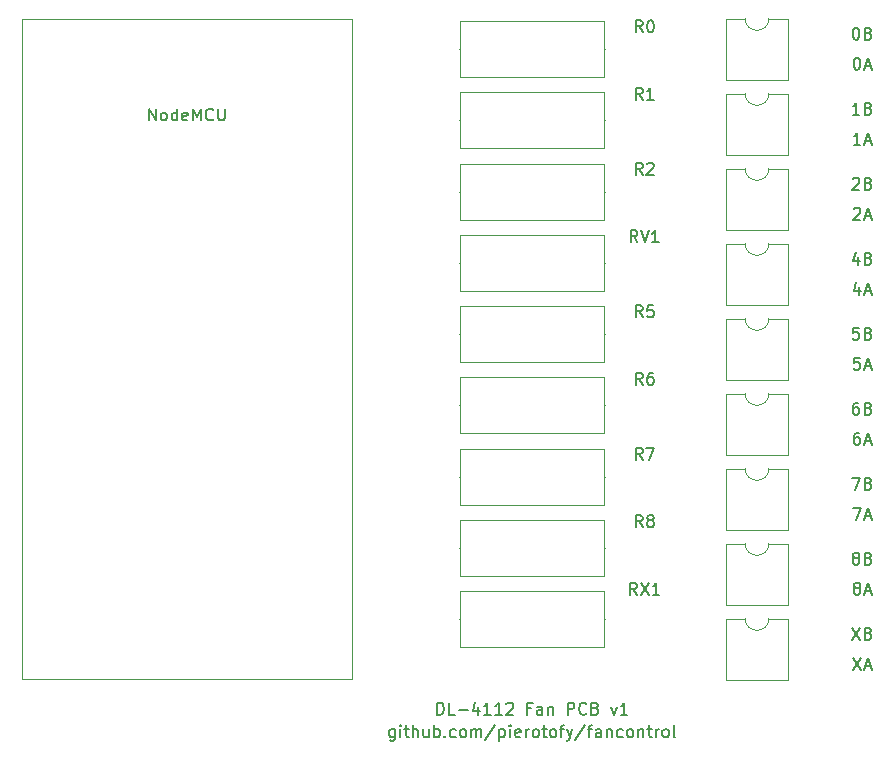
<source format=gbr>
%TF.GenerationSoftware,KiCad,Pcbnew,(5.1.6)-1*%
%TF.CreationDate,2020-10-31T17:29:23-04:00*%
%TF.ProjectId,controlboard,636f6e74-726f-46c6-926f-6172642e6b69,rev?*%
%TF.SameCoordinates,Original*%
%TF.FileFunction,Legend,Top*%
%TF.FilePolarity,Positive*%
%FSLAX46Y46*%
G04 Gerber Fmt 4.6, Leading zero omitted, Abs format (unit mm)*
G04 Created by KiCad (PCBNEW (5.1.6)-1) date 2020-10-31 17:29:23*
%MOMM*%
%LPD*%
G01*
G04 APERTURE LIST*
%ADD10C,0.150000*%
%ADD11C,0.120000*%
G04 APERTURE END LIST*
D10*
X49340952Y-77890714D02*
X49340952Y-78700238D01*
X49293333Y-78795476D01*
X49245714Y-78843095D01*
X49150476Y-78890714D01*
X49007619Y-78890714D01*
X48912380Y-78843095D01*
X49340952Y-78509761D02*
X49245714Y-78557380D01*
X49055238Y-78557380D01*
X48959999Y-78509761D01*
X48912380Y-78462142D01*
X48864761Y-78366904D01*
X48864761Y-78081190D01*
X48912380Y-77985952D01*
X48959999Y-77938333D01*
X49055238Y-77890714D01*
X49245714Y-77890714D01*
X49340952Y-77938333D01*
X49817142Y-78557380D02*
X49817142Y-77890714D01*
X49817142Y-77557380D02*
X49769523Y-77605000D01*
X49817142Y-77652619D01*
X49864761Y-77605000D01*
X49817142Y-77557380D01*
X49817142Y-77652619D01*
X50150476Y-77890714D02*
X50531428Y-77890714D01*
X50293333Y-77557380D02*
X50293333Y-78414523D01*
X50340952Y-78509761D01*
X50436190Y-78557380D01*
X50531428Y-78557380D01*
X50864761Y-78557380D02*
X50864761Y-77557380D01*
X51293333Y-78557380D02*
X51293333Y-78033571D01*
X51245714Y-77938333D01*
X51150476Y-77890714D01*
X51007619Y-77890714D01*
X50912380Y-77938333D01*
X50864761Y-77985952D01*
X52198095Y-77890714D02*
X52198095Y-78557380D01*
X51769523Y-77890714D02*
X51769523Y-78414523D01*
X51817142Y-78509761D01*
X51912380Y-78557380D01*
X52055238Y-78557380D01*
X52150476Y-78509761D01*
X52198095Y-78462142D01*
X52674285Y-78557380D02*
X52674285Y-77557380D01*
X52674285Y-77938333D02*
X52769523Y-77890714D01*
X52959999Y-77890714D01*
X53055238Y-77938333D01*
X53102857Y-77985952D01*
X53150476Y-78081190D01*
X53150476Y-78366904D01*
X53102857Y-78462142D01*
X53055238Y-78509761D01*
X52959999Y-78557380D01*
X52769523Y-78557380D01*
X52674285Y-78509761D01*
X53579047Y-78462142D02*
X53626666Y-78509761D01*
X53579047Y-78557380D01*
X53531428Y-78509761D01*
X53579047Y-78462142D01*
X53579047Y-78557380D01*
X54483809Y-78509761D02*
X54388571Y-78557380D01*
X54198095Y-78557380D01*
X54102857Y-78509761D01*
X54055238Y-78462142D01*
X54007619Y-78366904D01*
X54007619Y-78081190D01*
X54055238Y-77985952D01*
X54102857Y-77938333D01*
X54198095Y-77890714D01*
X54388571Y-77890714D01*
X54483809Y-77938333D01*
X55055238Y-78557380D02*
X54959999Y-78509761D01*
X54912380Y-78462142D01*
X54864761Y-78366904D01*
X54864761Y-78081190D01*
X54912380Y-77985952D01*
X54959999Y-77938333D01*
X55055238Y-77890714D01*
X55198095Y-77890714D01*
X55293333Y-77938333D01*
X55340952Y-77985952D01*
X55388571Y-78081190D01*
X55388571Y-78366904D01*
X55340952Y-78462142D01*
X55293333Y-78509761D01*
X55198095Y-78557380D01*
X55055238Y-78557380D01*
X55817142Y-78557380D02*
X55817142Y-77890714D01*
X55817142Y-77985952D02*
X55864761Y-77938333D01*
X55959999Y-77890714D01*
X56102857Y-77890714D01*
X56198095Y-77938333D01*
X56245714Y-78033571D01*
X56245714Y-78557380D01*
X56245714Y-78033571D02*
X56293333Y-77938333D01*
X56388571Y-77890714D01*
X56531428Y-77890714D01*
X56626666Y-77938333D01*
X56674285Y-78033571D01*
X56674285Y-78557380D01*
X57864761Y-77509761D02*
X57007619Y-78795476D01*
X58198095Y-77890714D02*
X58198095Y-78890714D01*
X58198095Y-77938333D02*
X58293333Y-77890714D01*
X58483809Y-77890714D01*
X58579047Y-77938333D01*
X58626666Y-77985952D01*
X58674285Y-78081190D01*
X58674285Y-78366904D01*
X58626666Y-78462142D01*
X58579047Y-78509761D01*
X58483809Y-78557380D01*
X58293333Y-78557380D01*
X58198095Y-78509761D01*
X59102857Y-78557380D02*
X59102857Y-77890714D01*
X59102857Y-77557380D02*
X59055238Y-77605000D01*
X59102857Y-77652619D01*
X59150476Y-77605000D01*
X59102857Y-77557380D01*
X59102857Y-77652619D01*
X59959999Y-78509761D02*
X59864761Y-78557380D01*
X59674285Y-78557380D01*
X59579047Y-78509761D01*
X59531428Y-78414523D01*
X59531428Y-78033571D01*
X59579047Y-77938333D01*
X59674285Y-77890714D01*
X59864761Y-77890714D01*
X59959999Y-77938333D01*
X60007619Y-78033571D01*
X60007619Y-78128809D01*
X59531428Y-78224047D01*
X60436190Y-78557380D02*
X60436190Y-77890714D01*
X60436190Y-78081190D02*
X60483809Y-77985952D01*
X60531428Y-77938333D01*
X60626666Y-77890714D01*
X60721904Y-77890714D01*
X61198095Y-78557380D02*
X61102857Y-78509761D01*
X61055238Y-78462142D01*
X61007619Y-78366904D01*
X61007619Y-78081190D01*
X61055238Y-77985952D01*
X61102857Y-77938333D01*
X61198095Y-77890714D01*
X61340952Y-77890714D01*
X61436190Y-77938333D01*
X61483809Y-77985952D01*
X61531428Y-78081190D01*
X61531428Y-78366904D01*
X61483809Y-78462142D01*
X61436190Y-78509761D01*
X61340952Y-78557380D01*
X61198095Y-78557380D01*
X61817142Y-77890714D02*
X62198095Y-77890714D01*
X61959999Y-77557380D02*
X61959999Y-78414523D01*
X62007619Y-78509761D01*
X62102857Y-78557380D01*
X62198095Y-78557380D01*
X62674285Y-78557380D02*
X62579047Y-78509761D01*
X62531428Y-78462142D01*
X62483809Y-78366904D01*
X62483809Y-78081190D01*
X62531428Y-77985952D01*
X62579047Y-77938333D01*
X62674285Y-77890714D01*
X62817142Y-77890714D01*
X62912380Y-77938333D01*
X62959999Y-77985952D01*
X63007619Y-78081190D01*
X63007619Y-78366904D01*
X62959999Y-78462142D01*
X62912380Y-78509761D01*
X62817142Y-78557380D01*
X62674285Y-78557380D01*
X63293333Y-77890714D02*
X63674285Y-77890714D01*
X63436190Y-78557380D02*
X63436190Y-77700238D01*
X63483809Y-77605000D01*
X63579047Y-77557380D01*
X63674285Y-77557380D01*
X63912380Y-77890714D02*
X64150476Y-78557380D01*
X64388571Y-77890714D02*
X64150476Y-78557380D01*
X64055238Y-78795476D01*
X64007619Y-78843095D01*
X63912380Y-78890714D01*
X65483809Y-77509761D02*
X64626666Y-78795476D01*
X65674285Y-77890714D02*
X66055238Y-77890714D01*
X65817142Y-78557380D02*
X65817142Y-77700238D01*
X65864761Y-77605000D01*
X65959999Y-77557380D01*
X66055238Y-77557380D01*
X66817142Y-78557380D02*
X66817142Y-78033571D01*
X66769523Y-77938333D01*
X66674285Y-77890714D01*
X66483809Y-77890714D01*
X66388571Y-77938333D01*
X66817142Y-78509761D02*
X66721904Y-78557380D01*
X66483809Y-78557380D01*
X66388571Y-78509761D01*
X66340952Y-78414523D01*
X66340952Y-78319285D01*
X66388571Y-78224047D01*
X66483809Y-78176428D01*
X66721904Y-78176428D01*
X66817142Y-78128809D01*
X67293333Y-77890714D02*
X67293333Y-78557380D01*
X67293333Y-77985952D02*
X67340952Y-77938333D01*
X67436190Y-77890714D01*
X67579047Y-77890714D01*
X67674285Y-77938333D01*
X67721904Y-78033571D01*
X67721904Y-78557380D01*
X68626666Y-78509761D02*
X68531428Y-78557380D01*
X68340952Y-78557380D01*
X68245714Y-78509761D01*
X68198095Y-78462142D01*
X68150476Y-78366904D01*
X68150476Y-78081190D01*
X68198095Y-77985952D01*
X68245714Y-77938333D01*
X68340952Y-77890714D01*
X68531428Y-77890714D01*
X68626666Y-77938333D01*
X69198095Y-78557380D02*
X69102857Y-78509761D01*
X69055238Y-78462142D01*
X69007619Y-78366904D01*
X69007619Y-78081190D01*
X69055238Y-77985952D01*
X69102857Y-77938333D01*
X69198095Y-77890714D01*
X69340952Y-77890714D01*
X69436190Y-77938333D01*
X69483809Y-77985952D01*
X69531428Y-78081190D01*
X69531428Y-78366904D01*
X69483809Y-78462142D01*
X69436190Y-78509761D01*
X69340952Y-78557380D01*
X69198095Y-78557380D01*
X69959999Y-77890714D02*
X69959999Y-78557380D01*
X69959999Y-77985952D02*
X70007619Y-77938333D01*
X70102857Y-77890714D01*
X70245714Y-77890714D01*
X70340952Y-77938333D01*
X70388571Y-78033571D01*
X70388571Y-78557380D01*
X70721904Y-77890714D02*
X71102857Y-77890714D01*
X70864761Y-77557380D02*
X70864761Y-78414523D01*
X70912380Y-78509761D01*
X71007619Y-78557380D01*
X71102857Y-78557380D01*
X71436190Y-78557380D02*
X71436190Y-77890714D01*
X71436190Y-78081190D02*
X71483809Y-77985952D01*
X71531428Y-77938333D01*
X71626666Y-77890714D01*
X71721904Y-77890714D01*
X72198095Y-78557380D02*
X72102857Y-78509761D01*
X72055238Y-78462142D01*
X72007619Y-78366904D01*
X72007619Y-78081190D01*
X72055238Y-77985952D01*
X72102857Y-77938333D01*
X72198095Y-77890714D01*
X72340952Y-77890714D01*
X72436190Y-77938333D01*
X72483809Y-77985952D01*
X72531428Y-78081190D01*
X72531428Y-78366904D01*
X72483809Y-78462142D01*
X72436190Y-78509761D01*
X72340952Y-78557380D01*
X72198095Y-78557380D01*
X73102857Y-78557380D02*
X73007619Y-78509761D01*
X72959999Y-78414523D01*
X72959999Y-77557380D01*
X52936190Y-76652380D02*
X52936190Y-75652380D01*
X53174285Y-75652380D01*
X53317142Y-75700000D01*
X53412380Y-75795238D01*
X53460000Y-75890476D01*
X53507619Y-76080952D01*
X53507619Y-76223809D01*
X53460000Y-76414285D01*
X53412380Y-76509523D01*
X53317142Y-76604761D01*
X53174285Y-76652380D01*
X52936190Y-76652380D01*
X54412380Y-76652380D02*
X53936190Y-76652380D01*
X53936190Y-75652380D01*
X54745714Y-76271428D02*
X55507619Y-76271428D01*
X56412380Y-75985714D02*
X56412380Y-76652380D01*
X56174285Y-75604761D02*
X55936190Y-76319047D01*
X56555238Y-76319047D01*
X57460000Y-76652380D02*
X56888571Y-76652380D01*
X57174285Y-76652380D02*
X57174285Y-75652380D01*
X57079047Y-75795238D01*
X56983809Y-75890476D01*
X56888571Y-75938095D01*
X58412380Y-76652380D02*
X57840952Y-76652380D01*
X58126666Y-76652380D02*
X58126666Y-75652380D01*
X58031428Y-75795238D01*
X57936190Y-75890476D01*
X57840952Y-75938095D01*
X58793333Y-75747619D02*
X58840952Y-75700000D01*
X58936190Y-75652380D01*
X59174285Y-75652380D01*
X59269523Y-75700000D01*
X59317142Y-75747619D01*
X59364761Y-75842857D01*
X59364761Y-75938095D01*
X59317142Y-76080952D01*
X58745714Y-76652380D01*
X59364761Y-76652380D01*
X60888571Y-76128571D02*
X60555238Y-76128571D01*
X60555238Y-76652380D02*
X60555238Y-75652380D01*
X61031428Y-75652380D01*
X61840952Y-76652380D02*
X61840952Y-76128571D01*
X61793333Y-76033333D01*
X61698095Y-75985714D01*
X61507619Y-75985714D01*
X61412380Y-76033333D01*
X61840952Y-76604761D02*
X61745714Y-76652380D01*
X61507619Y-76652380D01*
X61412380Y-76604761D01*
X61364761Y-76509523D01*
X61364761Y-76414285D01*
X61412380Y-76319047D01*
X61507619Y-76271428D01*
X61745714Y-76271428D01*
X61840952Y-76223809D01*
X62317142Y-75985714D02*
X62317142Y-76652380D01*
X62317142Y-76080952D02*
X62364761Y-76033333D01*
X62460000Y-75985714D01*
X62602857Y-75985714D01*
X62698095Y-76033333D01*
X62745714Y-76128571D01*
X62745714Y-76652380D01*
X63983809Y-76652380D02*
X63983809Y-75652380D01*
X64364761Y-75652380D01*
X64460000Y-75700000D01*
X64507619Y-75747619D01*
X64555238Y-75842857D01*
X64555238Y-75985714D01*
X64507619Y-76080952D01*
X64460000Y-76128571D01*
X64364761Y-76176190D01*
X63983809Y-76176190D01*
X65555238Y-76557142D02*
X65507619Y-76604761D01*
X65364761Y-76652380D01*
X65269523Y-76652380D01*
X65126666Y-76604761D01*
X65031428Y-76509523D01*
X64983809Y-76414285D01*
X64936190Y-76223809D01*
X64936190Y-76080952D01*
X64983809Y-75890476D01*
X65031428Y-75795238D01*
X65126666Y-75700000D01*
X65269523Y-75652380D01*
X65364761Y-75652380D01*
X65507619Y-75700000D01*
X65555238Y-75747619D01*
X66317142Y-76128571D02*
X66460000Y-76176190D01*
X66507619Y-76223809D01*
X66555238Y-76319047D01*
X66555238Y-76461904D01*
X66507619Y-76557142D01*
X66460000Y-76604761D01*
X66364761Y-76652380D01*
X65983809Y-76652380D01*
X65983809Y-75652380D01*
X66317142Y-75652380D01*
X66412380Y-75700000D01*
X66460000Y-75747619D01*
X66507619Y-75842857D01*
X66507619Y-75938095D01*
X66460000Y-76033333D01*
X66412380Y-76080952D01*
X66317142Y-76128571D01*
X65983809Y-76128571D01*
X67650476Y-75985714D02*
X67888571Y-76652380D01*
X68126666Y-75985714D01*
X69031428Y-76652380D02*
X68460000Y-76652380D01*
X68745714Y-76652380D02*
X68745714Y-75652380D01*
X68650476Y-75795238D01*
X68555238Y-75890476D01*
X68460000Y-75938095D01*
D11*
%TO.C,F*%
X82660000Y-36770000D02*
X81010000Y-36770000D01*
X82660000Y-41970000D02*
X82660000Y-36770000D01*
X77360000Y-41970000D02*
X82660000Y-41970000D01*
X77360000Y-36770000D02*
X77360000Y-41970000D01*
X79010000Y-36770000D02*
X77360000Y-36770000D01*
X81010000Y-36770000D02*
G75*
G02*
X79010000Y-36770000I-1000000J0D01*
G01*
%TO.C,NodeMCU*%
X17780000Y-73660000D02*
X17780000Y-17780000D01*
X45720000Y-73660000D02*
X17780000Y-73660000D01*
X45720000Y-17780000D02*
X45720000Y-73660000D01*
X17780000Y-17780000D02*
X45720000Y-17780000D01*
%TO.C,O8*%
X79010000Y-62170000D02*
X77360000Y-62170000D01*
X77360000Y-62170000D02*
X77360000Y-67370000D01*
X77360000Y-67370000D02*
X82660000Y-67370000D01*
X82660000Y-67370000D02*
X82660000Y-62170000D01*
X82660000Y-62170000D02*
X81010000Y-62170000D01*
X81010000Y-62170000D02*
G75*
G02*
X79010000Y-62170000I-1000000J0D01*
G01*
%TO.C,O0*%
X82660000Y-17720000D02*
X81010000Y-17720000D01*
X82660000Y-22920000D02*
X82660000Y-17720000D01*
X77360000Y-22920000D02*
X82660000Y-22920000D01*
X77360000Y-17720000D02*
X77360000Y-22920000D01*
X79010000Y-17720000D02*
X77360000Y-17720000D01*
X81010000Y-17720000D02*
G75*
G02*
X79010000Y-17720000I-1000000J0D01*
G01*
%TO.C,O1*%
X79010000Y-24070000D02*
X77360000Y-24070000D01*
X77360000Y-24070000D02*
X77360000Y-29270000D01*
X77360000Y-29270000D02*
X82660000Y-29270000D01*
X82660000Y-29270000D02*
X82660000Y-24070000D01*
X82660000Y-24070000D02*
X81010000Y-24070000D01*
X81010000Y-24070000D02*
G75*
G02*
X79010000Y-24070000I-1000000J0D01*
G01*
%TO.C,O2*%
X82660000Y-30420000D02*
X81010000Y-30420000D01*
X82660000Y-35620000D02*
X82660000Y-30420000D01*
X77360000Y-35620000D02*
X82660000Y-35620000D01*
X77360000Y-30420000D02*
X77360000Y-35620000D01*
X79010000Y-30420000D02*
X77360000Y-30420000D01*
X81010000Y-30420000D02*
G75*
G02*
X79010000Y-30420000I-1000000J0D01*
G01*
%TO.C,O5*%
X79010000Y-43120000D02*
X77360000Y-43120000D01*
X77360000Y-43120000D02*
X77360000Y-48320000D01*
X77360000Y-48320000D02*
X82660000Y-48320000D01*
X82660000Y-48320000D02*
X82660000Y-43120000D01*
X82660000Y-43120000D02*
X81010000Y-43120000D01*
X81010000Y-43120000D02*
G75*
G02*
X79010000Y-43120000I-1000000J0D01*
G01*
%TO.C,O6*%
X82660000Y-49470000D02*
X81010000Y-49470000D01*
X82660000Y-54670000D02*
X82660000Y-49470000D01*
X77360000Y-54670000D02*
X82660000Y-54670000D01*
X77360000Y-49470000D02*
X77360000Y-54670000D01*
X79010000Y-49470000D02*
X77360000Y-49470000D01*
X81010000Y-49470000D02*
G75*
G02*
X79010000Y-49470000I-1000000J0D01*
G01*
%TO.C,O7*%
X79010000Y-55820000D02*
X77360000Y-55820000D01*
X77360000Y-55820000D02*
X77360000Y-61020000D01*
X77360000Y-61020000D02*
X82660000Y-61020000D01*
X82660000Y-61020000D02*
X82660000Y-55820000D01*
X82660000Y-55820000D02*
X81010000Y-55820000D01*
X81010000Y-55820000D02*
G75*
G02*
X79010000Y-55820000I-1000000J0D01*
G01*
%TO.C,OX1*%
X82660000Y-68520000D02*
X81010000Y-68520000D01*
X82660000Y-73720000D02*
X82660000Y-68520000D01*
X77360000Y-73720000D02*
X82660000Y-73720000D01*
X77360000Y-68520000D02*
X77360000Y-73720000D01*
X79010000Y-68520000D02*
X77360000Y-68520000D01*
X81010000Y-68520000D02*
G75*
G02*
X79010000Y-68520000I-1000000J0D01*
G01*
%TO.C,R0*%
X67030000Y-22690000D02*
X67030000Y-17950000D01*
X67030000Y-17950000D02*
X54890000Y-17950000D01*
X54890000Y-17950000D02*
X54890000Y-22690000D01*
X54890000Y-22690000D02*
X67030000Y-22690000D01*
X67140000Y-20320000D02*
X67030000Y-20320000D01*
X54780000Y-20320000D02*
X54890000Y-20320000D01*
%TO.C,R1*%
X54780000Y-26352500D02*
X54890000Y-26352500D01*
X67140000Y-26352500D02*
X67030000Y-26352500D01*
X54890000Y-28722500D02*
X67030000Y-28722500D01*
X54890000Y-23982500D02*
X54890000Y-28722500D01*
X67030000Y-23982500D02*
X54890000Y-23982500D01*
X67030000Y-28722500D02*
X67030000Y-23982500D01*
%TO.C,R2*%
X67030000Y-34755000D02*
X67030000Y-30015000D01*
X67030000Y-30015000D02*
X54890000Y-30015000D01*
X54890000Y-30015000D02*
X54890000Y-34755000D01*
X54890000Y-34755000D02*
X67030000Y-34755000D01*
X67140000Y-32385000D02*
X67030000Y-32385000D01*
X54780000Y-32385000D02*
X54890000Y-32385000D01*
%TO.C,R5*%
X54780000Y-44450000D02*
X54890000Y-44450000D01*
X67140000Y-44450000D02*
X67030000Y-44450000D01*
X54890000Y-46820000D02*
X67030000Y-46820000D01*
X54890000Y-42080000D02*
X54890000Y-46820000D01*
X67030000Y-42080000D02*
X54890000Y-42080000D01*
X67030000Y-46820000D02*
X67030000Y-42080000D01*
%TO.C,R6*%
X67030000Y-52852500D02*
X67030000Y-48112500D01*
X67030000Y-48112500D02*
X54890000Y-48112500D01*
X54890000Y-48112500D02*
X54890000Y-52852500D01*
X54890000Y-52852500D02*
X67030000Y-52852500D01*
X67140000Y-50482500D02*
X67030000Y-50482500D01*
X54780000Y-50482500D02*
X54890000Y-50482500D01*
%TO.C,R7*%
X54780000Y-56515000D02*
X54890000Y-56515000D01*
X67140000Y-56515000D02*
X67030000Y-56515000D01*
X54890000Y-58885000D02*
X67030000Y-58885000D01*
X54890000Y-54145000D02*
X54890000Y-58885000D01*
X67030000Y-54145000D02*
X54890000Y-54145000D01*
X67030000Y-58885000D02*
X67030000Y-54145000D01*
%TO.C,R8*%
X67140000Y-62547500D02*
X67030000Y-62547500D01*
X54780000Y-62547500D02*
X54890000Y-62547500D01*
X67030000Y-60177500D02*
X54890000Y-60177500D01*
X67030000Y-64917500D02*
X67030000Y-60177500D01*
X54890000Y-64917500D02*
X67030000Y-64917500D01*
X54890000Y-60177500D02*
X54890000Y-64917500D01*
%TO.C,RV1*%
X67030000Y-40787500D02*
X67030000Y-36047500D01*
X67030000Y-36047500D02*
X54890000Y-36047500D01*
X54890000Y-36047500D02*
X54890000Y-40787500D01*
X54890000Y-40787500D02*
X67030000Y-40787500D01*
X67140000Y-38417500D02*
X67030000Y-38417500D01*
X54780000Y-38417500D02*
X54890000Y-38417500D01*
%TO.C,RX1*%
X67140000Y-68580000D02*
X67030000Y-68580000D01*
X54780000Y-68580000D02*
X54890000Y-68580000D01*
X67030000Y-66210000D02*
X54890000Y-66210000D01*
X67030000Y-70950000D02*
X67030000Y-66210000D01*
X54890000Y-70950000D02*
X67030000Y-70950000D01*
X54890000Y-66210000D02*
X54890000Y-70950000D01*
%TO.C,NodeMCU*%
D10*
X28535714Y-26352380D02*
X28535714Y-25352380D01*
X29107142Y-26352380D01*
X29107142Y-25352380D01*
X29726190Y-26352380D02*
X29630952Y-26304761D01*
X29583333Y-26257142D01*
X29535714Y-26161904D01*
X29535714Y-25876190D01*
X29583333Y-25780952D01*
X29630952Y-25733333D01*
X29726190Y-25685714D01*
X29869047Y-25685714D01*
X29964285Y-25733333D01*
X30011904Y-25780952D01*
X30059523Y-25876190D01*
X30059523Y-26161904D01*
X30011904Y-26257142D01*
X29964285Y-26304761D01*
X29869047Y-26352380D01*
X29726190Y-26352380D01*
X30916666Y-26352380D02*
X30916666Y-25352380D01*
X30916666Y-26304761D02*
X30821428Y-26352380D01*
X30630952Y-26352380D01*
X30535714Y-26304761D01*
X30488095Y-26257142D01*
X30440476Y-26161904D01*
X30440476Y-25876190D01*
X30488095Y-25780952D01*
X30535714Y-25733333D01*
X30630952Y-25685714D01*
X30821428Y-25685714D01*
X30916666Y-25733333D01*
X31773809Y-26304761D02*
X31678571Y-26352380D01*
X31488095Y-26352380D01*
X31392857Y-26304761D01*
X31345238Y-26209523D01*
X31345238Y-25828571D01*
X31392857Y-25733333D01*
X31488095Y-25685714D01*
X31678571Y-25685714D01*
X31773809Y-25733333D01*
X31821428Y-25828571D01*
X31821428Y-25923809D01*
X31345238Y-26019047D01*
X32250000Y-26352380D02*
X32250000Y-25352380D01*
X32583333Y-26066666D01*
X32916666Y-25352380D01*
X32916666Y-26352380D01*
X33964285Y-26257142D02*
X33916666Y-26304761D01*
X33773809Y-26352380D01*
X33678571Y-26352380D01*
X33535714Y-26304761D01*
X33440476Y-26209523D01*
X33392857Y-26114285D01*
X33345238Y-25923809D01*
X33345238Y-25780952D01*
X33392857Y-25590476D01*
X33440476Y-25495238D01*
X33535714Y-25400000D01*
X33678571Y-25352380D01*
X33773809Y-25352380D01*
X33916666Y-25400000D01*
X33964285Y-25447619D01*
X34392857Y-25352380D02*
X34392857Y-26161904D01*
X34440476Y-26257142D01*
X34488095Y-26304761D01*
X34583333Y-26352380D01*
X34773809Y-26352380D01*
X34869047Y-26304761D01*
X34916666Y-26257142D01*
X34964285Y-26161904D01*
X34964285Y-25352380D01*
%TO.C,P1*%
X88352380Y-18502380D02*
X88447619Y-18502380D01*
X88542857Y-18550000D01*
X88590476Y-18597619D01*
X88638095Y-18692857D01*
X88685714Y-18883333D01*
X88685714Y-19121428D01*
X88638095Y-19311904D01*
X88590476Y-19407142D01*
X88542857Y-19454761D01*
X88447619Y-19502380D01*
X88352380Y-19502380D01*
X88257142Y-19454761D01*
X88209523Y-19407142D01*
X88161904Y-19311904D01*
X88114285Y-19121428D01*
X88114285Y-18883333D01*
X88161904Y-18692857D01*
X88209523Y-18597619D01*
X88257142Y-18550000D01*
X88352380Y-18502380D01*
X89447619Y-18978571D02*
X89590476Y-19026190D01*
X89638095Y-19073809D01*
X89685714Y-19169047D01*
X89685714Y-19311904D01*
X89638095Y-19407142D01*
X89590476Y-19454761D01*
X89495238Y-19502380D01*
X89114285Y-19502380D01*
X89114285Y-18502380D01*
X89447619Y-18502380D01*
X89542857Y-18550000D01*
X89590476Y-18597619D01*
X89638095Y-18692857D01*
X89638095Y-18788095D01*
X89590476Y-18883333D01*
X89542857Y-18930952D01*
X89447619Y-18978571D01*
X89114285Y-18978571D01*
X88423809Y-21042380D02*
X88519047Y-21042380D01*
X88614285Y-21090000D01*
X88661904Y-21137619D01*
X88709523Y-21232857D01*
X88757142Y-21423333D01*
X88757142Y-21661428D01*
X88709523Y-21851904D01*
X88661904Y-21947142D01*
X88614285Y-21994761D01*
X88519047Y-22042380D01*
X88423809Y-22042380D01*
X88328571Y-21994761D01*
X88280952Y-21947142D01*
X88233333Y-21851904D01*
X88185714Y-21661428D01*
X88185714Y-21423333D01*
X88233333Y-21232857D01*
X88280952Y-21137619D01*
X88328571Y-21090000D01*
X88423809Y-21042380D01*
X89138095Y-21756666D02*
X89614285Y-21756666D01*
X89042857Y-22042380D02*
X89376190Y-21042380D01*
X89709523Y-22042380D01*
X88685714Y-25852380D02*
X88114285Y-25852380D01*
X88400000Y-25852380D02*
X88400000Y-24852380D01*
X88304761Y-24995238D01*
X88209523Y-25090476D01*
X88114285Y-25138095D01*
X89447619Y-25328571D02*
X89590476Y-25376190D01*
X89638095Y-25423809D01*
X89685714Y-25519047D01*
X89685714Y-25661904D01*
X89638095Y-25757142D01*
X89590476Y-25804761D01*
X89495238Y-25852380D01*
X89114285Y-25852380D01*
X89114285Y-24852380D01*
X89447619Y-24852380D01*
X89542857Y-24900000D01*
X89590476Y-24947619D01*
X89638095Y-25042857D01*
X89638095Y-25138095D01*
X89590476Y-25233333D01*
X89542857Y-25280952D01*
X89447619Y-25328571D01*
X89114285Y-25328571D01*
X88757142Y-28392380D02*
X88185714Y-28392380D01*
X88471428Y-28392380D02*
X88471428Y-27392380D01*
X88376190Y-27535238D01*
X88280952Y-27630476D01*
X88185714Y-27678095D01*
X89138095Y-28106666D02*
X89614285Y-28106666D01*
X89042857Y-28392380D02*
X89376190Y-27392380D01*
X89709523Y-28392380D01*
X88114285Y-31297619D02*
X88161904Y-31250000D01*
X88257142Y-31202380D01*
X88495238Y-31202380D01*
X88590476Y-31250000D01*
X88638095Y-31297619D01*
X88685714Y-31392857D01*
X88685714Y-31488095D01*
X88638095Y-31630952D01*
X88066666Y-32202380D01*
X88685714Y-32202380D01*
X89447619Y-31678571D02*
X89590476Y-31726190D01*
X89638095Y-31773809D01*
X89685714Y-31869047D01*
X89685714Y-32011904D01*
X89638095Y-32107142D01*
X89590476Y-32154761D01*
X89495238Y-32202380D01*
X89114285Y-32202380D01*
X89114285Y-31202380D01*
X89447619Y-31202380D01*
X89542857Y-31250000D01*
X89590476Y-31297619D01*
X89638095Y-31392857D01*
X89638095Y-31488095D01*
X89590476Y-31583333D01*
X89542857Y-31630952D01*
X89447619Y-31678571D01*
X89114285Y-31678571D01*
X88185714Y-33837619D02*
X88233333Y-33790000D01*
X88328571Y-33742380D01*
X88566666Y-33742380D01*
X88661904Y-33790000D01*
X88709523Y-33837619D01*
X88757142Y-33932857D01*
X88757142Y-34028095D01*
X88709523Y-34170952D01*
X88138095Y-34742380D01*
X88757142Y-34742380D01*
X89138095Y-34456666D02*
X89614285Y-34456666D01*
X89042857Y-34742380D02*
X89376190Y-33742380D01*
X89709523Y-34742380D01*
X88590476Y-37885714D02*
X88590476Y-38552380D01*
X88352380Y-37504761D02*
X88114285Y-38219047D01*
X88733333Y-38219047D01*
X89447619Y-38028571D02*
X89590476Y-38076190D01*
X89638095Y-38123809D01*
X89685714Y-38219047D01*
X89685714Y-38361904D01*
X89638095Y-38457142D01*
X89590476Y-38504761D01*
X89495238Y-38552380D01*
X89114285Y-38552380D01*
X89114285Y-37552380D01*
X89447619Y-37552380D01*
X89542857Y-37600000D01*
X89590476Y-37647619D01*
X89638095Y-37742857D01*
X89638095Y-37838095D01*
X89590476Y-37933333D01*
X89542857Y-37980952D01*
X89447619Y-38028571D01*
X89114285Y-38028571D01*
X88661904Y-40425714D02*
X88661904Y-41092380D01*
X88423809Y-40044761D02*
X88185714Y-40759047D01*
X88804761Y-40759047D01*
X89138095Y-40806666D02*
X89614285Y-40806666D01*
X89042857Y-41092380D02*
X89376190Y-40092380D01*
X89709523Y-41092380D01*
X88638095Y-43902380D02*
X88161904Y-43902380D01*
X88114285Y-44378571D01*
X88161904Y-44330952D01*
X88257142Y-44283333D01*
X88495238Y-44283333D01*
X88590476Y-44330952D01*
X88638095Y-44378571D01*
X88685714Y-44473809D01*
X88685714Y-44711904D01*
X88638095Y-44807142D01*
X88590476Y-44854761D01*
X88495238Y-44902380D01*
X88257142Y-44902380D01*
X88161904Y-44854761D01*
X88114285Y-44807142D01*
X89447619Y-44378571D02*
X89590476Y-44426190D01*
X89638095Y-44473809D01*
X89685714Y-44569047D01*
X89685714Y-44711904D01*
X89638095Y-44807142D01*
X89590476Y-44854761D01*
X89495238Y-44902380D01*
X89114285Y-44902380D01*
X89114285Y-43902380D01*
X89447619Y-43902380D01*
X89542857Y-43950000D01*
X89590476Y-43997619D01*
X89638095Y-44092857D01*
X89638095Y-44188095D01*
X89590476Y-44283333D01*
X89542857Y-44330952D01*
X89447619Y-44378571D01*
X89114285Y-44378571D01*
X88709523Y-46442380D02*
X88233333Y-46442380D01*
X88185714Y-46918571D01*
X88233333Y-46870952D01*
X88328571Y-46823333D01*
X88566666Y-46823333D01*
X88661904Y-46870952D01*
X88709523Y-46918571D01*
X88757142Y-47013809D01*
X88757142Y-47251904D01*
X88709523Y-47347142D01*
X88661904Y-47394761D01*
X88566666Y-47442380D01*
X88328571Y-47442380D01*
X88233333Y-47394761D01*
X88185714Y-47347142D01*
X89138095Y-47156666D02*
X89614285Y-47156666D01*
X89042857Y-47442380D02*
X89376190Y-46442380D01*
X89709523Y-47442380D01*
X88590476Y-50252380D02*
X88400000Y-50252380D01*
X88304761Y-50300000D01*
X88257142Y-50347619D01*
X88161904Y-50490476D01*
X88114285Y-50680952D01*
X88114285Y-51061904D01*
X88161904Y-51157142D01*
X88209523Y-51204761D01*
X88304761Y-51252380D01*
X88495238Y-51252380D01*
X88590476Y-51204761D01*
X88638095Y-51157142D01*
X88685714Y-51061904D01*
X88685714Y-50823809D01*
X88638095Y-50728571D01*
X88590476Y-50680952D01*
X88495238Y-50633333D01*
X88304761Y-50633333D01*
X88209523Y-50680952D01*
X88161904Y-50728571D01*
X88114285Y-50823809D01*
X89447619Y-50728571D02*
X89590476Y-50776190D01*
X89638095Y-50823809D01*
X89685714Y-50919047D01*
X89685714Y-51061904D01*
X89638095Y-51157142D01*
X89590476Y-51204761D01*
X89495238Y-51252380D01*
X89114285Y-51252380D01*
X89114285Y-50252380D01*
X89447619Y-50252380D01*
X89542857Y-50300000D01*
X89590476Y-50347619D01*
X89638095Y-50442857D01*
X89638095Y-50538095D01*
X89590476Y-50633333D01*
X89542857Y-50680952D01*
X89447619Y-50728571D01*
X89114285Y-50728571D01*
X88661904Y-52792380D02*
X88471428Y-52792380D01*
X88376190Y-52840000D01*
X88328571Y-52887619D01*
X88233333Y-53030476D01*
X88185714Y-53220952D01*
X88185714Y-53601904D01*
X88233333Y-53697142D01*
X88280952Y-53744761D01*
X88376190Y-53792380D01*
X88566666Y-53792380D01*
X88661904Y-53744761D01*
X88709523Y-53697142D01*
X88757142Y-53601904D01*
X88757142Y-53363809D01*
X88709523Y-53268571D01*
X88661904Y-53220952D01*
X88566666Y-53173333D01*
X88376190Y-53173333D01*
X88280952Y-53220952D01*
X88233333Y-53268571D01*
X88185714Y-53363809D01*
X89138095Y-53506666D02*
X89614285Y-53506666D01*
X89042857Y-53792380D02*
X89376190Y-52792380D01*
X89709523Y-53792380D01*
X88066666Y-56602380D02*
X88733333Y-56602380D01*
X88304761Y-57602380D01*
X89447619Y-57078571D02*
X89590476Y-57126190D01*
X89638095Y-57173809D01*
X89685714Y-57269047D01*
X89685714Y-57411904D01*
X89638095Y-57507142D01*
X89590476Y-57554761D01*
X89495238Y-57602380D01*
X89114285Y-57602380D01*
X89114285Y-56602380D01*
X89447619Y-56602380D01*
X89542857Y-56650000D01*
X89590476Y-56697619D01*
X89638095Y-56792857D01*
X89638095Y-56888095D01*
X89590476Y-56983333D01*
X89542857Y-57030952D01*
X89447619Y-57078571D01*
X89114285Y-57078571D01*
X88138095Y-59142380D02*
X88804761Y-59142380D01*
X88376190Y-60142380D01*
X89138095Y-59856666D02*
X89614285Y-59856666D01*
X89042857Y-60142380D02*
X89376190Y-59142380D01*
X89709523Y-60142380D01*
X88304761Y-63380952D02*
X88209523Y-63333333D01*
X88161904Y-63285714D01*
X88114285Y-63190476D01*
X88114285Y-63142857D01*
X88161904Y-63047619D01*
X88209523Y-63000000D01*
X88304761Y-62952380D01*
X88495238Y-62952380D01*
X88590476Y-63000000D01*
X88638095Y-63047619D01*
X88685714Y-63142857D01*
X88685714Y-63190476D01*
X88638095Y-63285714D01*
X88590476Y-63333333D01*
X88495238Y-63380952D01*
X88304761Y-63380952D01*
X88209523Y-63428571D01*
X88161904Y-63476190D01*
X88114285Y-63571428D01*
X88114285Y-63761904D01*
X88161904Y-63857142D01*
X88209523Y-63904761D01*
X88304761Y-63952380D01*
X88495238Y-63952380D01*
X88590476Y-63904761D01*
X88638095Y-63857142D01*
X88685714Y-63761904D01*
X88685714Y-63571428D01*
X88638095Y-63476190D01*
X88590476Y-63428571D01*
X88495238Y-63380952D01*
X89447619Y-63428571D02*
X89590476Y-63476190D01*
X89638095Y-63523809D01*
X89685714Y-63619047D01*
X89685714Y-63761904D01*
X89638095Y-63857142D01*
X89590476Y-63904761D01*
X89495238Y-63952380D01*
X89114285Y-63952380D01*
X89114285Y-62952380D01*
X89447619Y-62952380D01*
X89542857Y-63000000D01*
X89590476Y-63047619D01*
X89638095Y-63142857D01*
X89638095Y-63238095D01*
X89590476Y-63333333D01*
X89542857Y-63380952D01*
X89447619Y-63428571D01*
X89114285Y-63428571D01*
X88376190Y-65920952D02*
X88280952Y-65873333D01*
X88233333Y-65825714D01*
X88185714Y-65730476D01*
X88185714Y-65682857D01*
X88233333Y-65587619D01*
X88280952Y-65540000D01*
X88376190Y-65492380D01*
X88566666Y-65492380D01*
X88661904Y-65540000D01*
X88709523Y-65587619D01*
X88757142Y-65682857D01*
X88757142Y-65730476D01*
X88709523Y-65825714D01*
X88661904Y-65873333D01*
X88566666Y-65920952D01*
X88376190Y-65920952D01*
X88280952Y-65968571D01*
X88233333Y-66016190D01*
X88185714Y-66111428D01*
X88185714Y-66301904D01*
X88233333Y-66397142D01*
X88280952Y-66444761D01*
X88376190Y-66492380D01*
X88566666Y-66492380D01*
X88661904Y-66444761D01*
X88709523Y-66397142D01*
X88757142Y-66301904D01*
X88757142Y-66111428D01*
X88709523Y-66016190D01*
X88661904Y-65968571D01*
X88566666Y-65920952D01*
X89138095Y-66206666D02*
X89614285Y-66206666D01*
X89042857Y-66492380D02*
X89376190Y-65492380D01*
X89709523Y-66492380D01*
X88066666Y-69302380D02*
X88733333Y-70302380D01*
X88733333Y-69302380D02*
X88066666Y-70302380D01*
X89447619Y-69778571D02*
X89590476Y-69826190D01*
X89638095Y-69873809D01*
X89685714Y-69969047D01*
X89685714Y-70111904D01*
X89638095Y-70207142D01*
X89590476Y-70254761D01*
X89495238Y-70302380D01*
X89114285Y-70302380D01*
X89114285Y-69302380D01*
X89447619Y-69302380D01*
X89542857Y-69350000D01*
X89590476Y-69397619D01*
X89638095Y-69492857D01*
X89638095Y-69588095D01*
X89590476Y-69683333D01*
X89542857Y-69730952D01*
X89447619Y-69778571D01*
X89114285Y-69778571D01*
X88138095Y-71842380D02*
X88804761Y-72842380D01*
X88804761Y-71842380D02*
X88138095Y-72842380D01*
X89138095Y-72556666D02*
X89614285Y-72556666D01*
X89042857Y-72842380D02*
X89376190Y-71842380D01*
X89709523Y-72842380D01*
%TO.C,R0*%
X70318333Y-18867380D02*
X69985000Y-18391190D01*
X69746904Y-18867380D02*
X69746904Y-17867380D01*
X70127857Y-17867380D01*
X70223095Y-17915000D01*
X70270714Y-17962619D01*
X70318333Y-18057857D01*
X70318333Y-18200714D01*
X70270714Y-18295952D01*
X70223095Y-18343571D01*
X70127857Y-18391190D01*
X69746904Y-18391190D01*
X70937380Y-17867380D02*
X71032619Y-17867380D01*
X71127857Y-17915000D01*
X71175476Y-17962619D01*
X71223095Y-18057857D01*
X71270714Y-18248333D01*
X71270714Y-18486428D01*
X71223095Y-18676904D01*
X71175476Y-18772142D01*
X71127857Y-18819761D01*
X71032619Y-18867380D01*
X70937380Y-18867380D01*
X70842142Y-18819761D01*
X70794523Y-18772142D01*
X70746904Y-18676904D01*
X70699285Y-18486428D01*
X70699285Y-18248333D01*
X70746904Y-18057857D01*
X70794523Y-17962619D01*
X70842142Y-17915000D01*
X70937380Y-17867380D01*
%TO.C,R1*%
X70318333Y-24582380D02*
X69985000Y-24106190D01*
X69746904Y-24582380D02*
X69746904Y-23582380D01*
X70127857Y-23582380D01*
X70223095Y-23630000D01*
X70270714Y-23677619D01*
X70318333Y-23772857D01*
X70318333Y-23915714D01*
X70270714Y-24010952D01*
X70223095Y-24058571D01*
X70127857Y-24106190D01*
X69746904Y-24106190D01*
X71270714Y-24582380D02*
X70699285Y-24582380D01*
X70985000Y-24582380D02*
X70985000Y-23582380D01*
X70889761Y-23725238D01*
X70794523Y-23820476D01*
X70699285Y-23868095D01*
%TO.C,R2*%
X70318333Y-30932380D02*
X69985000Y-30456190D01*
X69746904Y-30932380D02*
X69746904Y-29932380D01*
X70127857Y-29932380D01*
X70223095Y-29980000D01*
X70270714Y-30027619D01*
X70318333Y-30122857D01*
X70318333Y-30265714D01*
X70270714Y-30360952D01*
X70223095Y-30408571D01*
X70127857Y-30456190D01*
X69746904Y-30456190D01*
X70699285Y-30027619D02*
X70746904Y-29980000D01*
X70842142Y-29932380D01*
X71080238Y-29932380D01*
X71175476Y-29980000D01*
X71223095Y-30027619D01*
X71270714Y-30122857D01*
X71270714Y-30218095D01*
X71223095Y-30360952D01*
X70651666Y-30932380D01*
X71270714Y-30932380D01*
%TO.C,R5*%
X70318333Y-42997380D02*
X69985000Y-42521190D01*
X69746904Y-42997380D02*
X69746904Y-41997380D01*
X70127857Y-41997380D01*
X70223095Y-42045000D01*
X70270714Y-42092619D01*
X70318333Y-42187857D01*
X70318333Y-42330714D01*
X70270714Y-42425952D01*
X70223095Y-42473571D01*
X70127857Y-42521190D01*
X69746904Y-42521190D01*
X71223095Y-41997380D02*
X70746904Y-41997380D01*
X70699285Y-42473571D01*
X70746904Y-42425952D01*
X70842142Y-42378333D01*
X71080238Y-42378333D01*
X71175476Y-42425952D01*
X71223095Y-42473571D01*
X71270714Y-42568809D01*
X71270714Y-42806904D01*
X71223095Y-42902142D01*
X71175476Y-42949761D01*
X71080238Y-42997380D01*
X70842142Y-42997380D01*
X70746904Y-42949761D01*
X70699285Y-42902142D01*
%TO.C,R6*%
X70318333Y-48712380D02*
X69985000Y-48236190D01*
X69746904Y-48712380D02*
X69746904Y-47712380D01*
X70127857Y-47712380D01*
X70223095Y-47760000D01*
X70270714Y-47807619D01*
X70318333Y-47902857D01*
X70318333Y-48045714D01*
X70270714Y-48140952D01*
X70223095Y-48188571D01*
X70127857Y-48236190D01*
X69746904Y-48236190D01*
X71175476Y-47712380D02*
X70985000Y-47712380D01*
X70889761Y-47760000D01*
X70842142Y-47807619D01*
X70746904Y-47950476D01*
X70699285Y-48140952D01*
X70699285Y-48521904D01*
X70746904Y-48617142D01*
X70794523Y-48664761D01*
X70889761Y-48712380D01*
X71080238Y-48712380D01*
X71175476Y-48664761D01*
X71223095Y-48617142D01*
X71270714Y-48521904D01*
X71270714Y-48283809D01*
X71223095Y-48188571D01*
X71175476Y-48140952D01*
X71080238Y-48093333D01*
X70889761Y-48093333D01*
X70794523Y-48140952D01*
X70746904Y-48188571D01*
X70699285Y-48283809D01*
%TO.C,R7*%
X70318333Y-55062380D02*
X69985000Y-54586190D01*
X69746904Y-55062380D02*
X69746904Y-54062380D01*
X70127857Y-54062380D01*
X70223095Y-54110000D01*
X70270714Y-54157619D01*
X70318333Y-54252857D01*
X70318333Y-54395714D01*
X70270714Y-54490952D01*
X70223095Y-54538571D01*
X70127857Y-54586190D01*
X69746904Y-54586190D01*
X70651666Y-54062380D02*
X71318333Y-54062380D01*
X70889761Y-55062380D01*
%TO.C,R8*%
X70318333Y-60777380D02*
X69985000Y-60301190D01*
X69746904Y-60777380D02*
X69746904Y-59777380D01*
X70127857Y-59777380D01*
X70223095Y-59825000D01*
X70270714Y-59872619D01*
X70318333Y-59967857D01*
X70318333Y-60110714D01*
X70270714Y-60205952D01*
X70223095Y-60253571D01*
X70127857Y-60301190D01*
X69746904Y-60301190D01*
X70889761Y-60205952D02*
X70794523Y-60158333D01*
X70746904Y-60110714D01*
X70699285Y-60015476D01*
X70699285Y-59967857D01*
X70746904Y-59872619D01*
X70794523Y-59825000D01*
X70889761Y-59777380D01*
X71080238Y-59777380D01*
X71175476Y-59825000D01*
X71223095Y-59872619D01*
X71270714Y-59967857D01*
X71270714Y-60015476D01*
X71223095Y-60110714D01*
X71175476Y-60158333D01*
X71080238Y-60205952D01*
X70889761Y-60205952D01*
X70794523Y-60253571D01*
X70746904Y-60301190D01*
X70699285Y-60396428D01*
X70699285Y-60586904D01*
X70746904Y-60682142D01*
X70794523Y-60729761D01*
X70889761Y-60777380D01*
X71080238Y-60777380D01*
X71175476Y-60729761D01*
X71223095Y-60682142D01*
X71270714Y-60586904D01*
X71270714Y-60396428D01*
X71223095Y-60301190D01*
X71175476Y-60253571D01*
X71080238Y-60205952D01*
%TO.C,RV1*%
X69889761Y-36647380D02*
X69556428Y-36171190D01*
X69318333Y-36647380D02*
X69318333Y-35647380D01*
X69699285Y-35647380D01*
X69794523Y-35695000D01*
X69842142Y-35742619D01*
X69889761Y-35837857D01*
X69889761Y-35980714D01*
X69842142Y-36075952D01*
X69794523Y-36123571D01*
X69699285Y-36171190D01*
X69318333Y-36171190D01*
X70175476Y-35647380D02*
X70508809Y-36647380D01*
X70842142Y-35647380D01*
X71699285Y-36647380D02*
X71127857Y-36647380D01*
X71413571Y-36647380D02*
X71413571Y-35647380D01*
X71318333Y-35790238D01*
X71223095Y-35885476D01*
X71127857Y-35933095D01*
%TO.C,RX1*%
X69842142Y-66492380D02*
X69508809Y-66016190D01*
X69270714Y-66492380D02*
X69270714Y-65492380D01*
X69651666Y-65492380D01*
X69746904Y-65540000D01*
X69794523Y-65587619D01*
X69842142Y-65682857D01*
X69842142Y-65825714D01*
X69794523Y-65920952D01*
X69746904Y-65968571D01*
X69651666Y-66016190D01*
X69270714Y-66016190D01*
X70175476Y-65492380D02*
X70842142Y-66492380D01*
X70842142Y-65492380D02*
X70175476Y-66492380D01*
X71746904Y-66492380D02*
X71175476Y-66492380D01*
X71461190Y-66492380D02*
X71461190Y-65492380D01*
X71365952Y-65635238D01*
X71270714Y-65730476D01*
X71175476Y-65778095D01*
%TD*%
M02*

</source>
